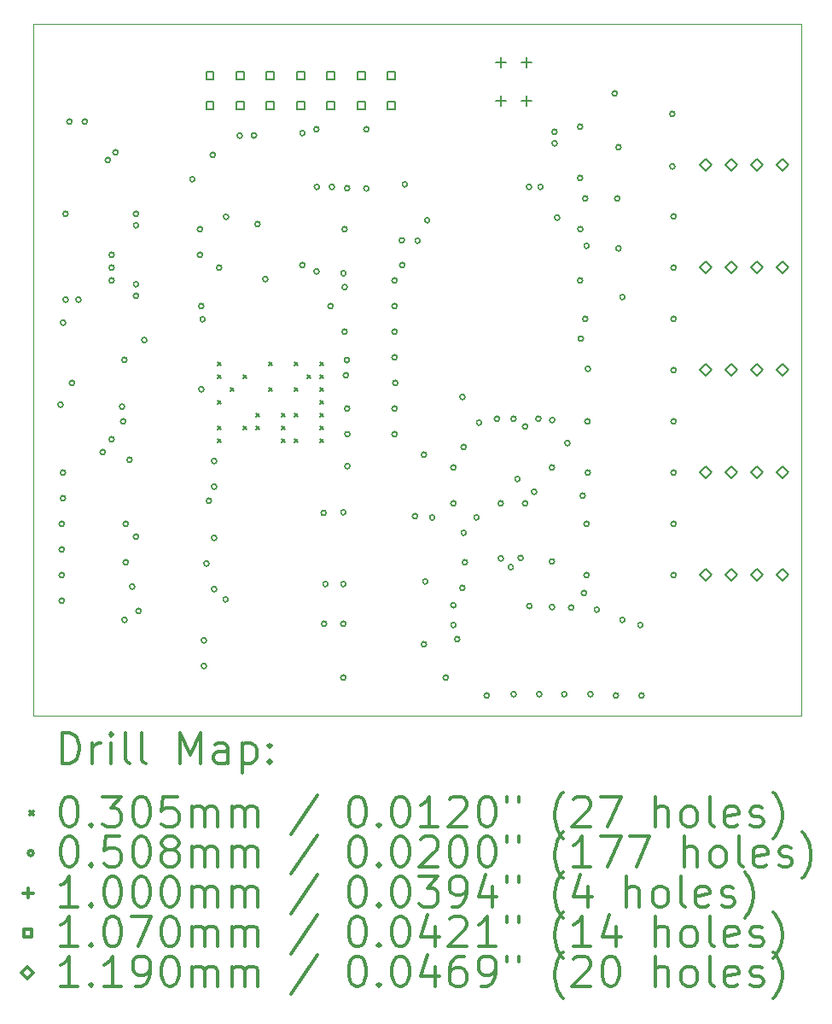
<source format=gbr>
%FSLAX45Y45*%
G04 Gerber Fmt 4.5, Leading zero omitted, Abs format (unit mm)*
G04 Created by KiCad (PCBNEW 5.1.12-84ad8e8a86~92~ubuntu20.04.1) date 2021-12-18 18:34:45*
%MOMM*%
%LPD*%
G01*
G04 APERTURE LIST*
%TA.AperFunction,Profile*%
%ADD10C,0.050000*%
%TD*%
%ADD11C,0.200000*%
%ADD12C,0.300000*%
G04 APERTURE END LIST*
D10*
X9334500Y-13462000D02*
X16954500Y-13462000D01*
X16954500Y-13462000D02*
X16954500Y-6604000D01*
X9334500Y-6604000D02*
X9334500Y-13462000D01*
X16954500Y-6604000D02*
X9334500Y-6604000D01*
D11*
X11160760Y-9954260D02*
X11191240Y-9984740D01*
X11191240Y-9954260D02*
X11160760Y-9984740D01*
X11160760Y-10081260D02*
X11191240Y-10111740D01*
X11191240Y-10081260D02*
X11160760Y-10111740D01*
X11160760Y-10335260D02*
X11191240Y-10365740D01*
X11191240Y-10335260D02*
X11160760Y-10365740D01*
X11160760Y-10589260D02*
X11191240Y-10619740D01*
X11191240Y-10589260D02*
X11160760Y-10619740D01*
X11160760Y-10716260D02*
X11191240Y-10746740D01*
X11191240Y-10716260D02*
X11160760Y-10746740D01*
X11287760Y-10208260D02*
X11318240Y-10238740D01*
X11318240Y-10208260D02*
X11287760Y-10238740D01*
X11414760Y-10081260D02*
X11445240Y-10111740D01*
X11445240Y-10081260D02*
X11414760Y-10111740D01*
X11414760Y-10589260D02*
X11445240Y-10619740D01*
X11445240Y-10589260D02*
X11414760Y-10619740D01*
X11541760Y-10462260D02*
X11572240Y-10492740D01*
X11572240Y-10462260D02*
X11541760Y-10492740D01*
X11541760Y-10589260D02*
X11572240Y-10619740D01*
X11572240Y-10589260D02*
X11541760Y-10619740D01*
X11668760Y-9954260D02*
X11699240Y-9984740D01*
X11699240Y-9954260D02*
X11668760Y-9984740D01*
X11668760Y-10208260D02*
X11699240Y-10238740D01*
X11699240Y-10208260D02*
X11668760Y-10238740D01*
X11795760Y-10589260D02*
X11826240Y-10619740D01*
X11826240Y-10589260D02*
X11795760Y-10619740D01*
X11795760Y-10716260D02*
X11826240Y-10746740D01*
X11826240Y-10716260D02*
X11795760Y-10746740D01*
X11796355Y-10461665D02*
X11826835Y-10492145D01*
X11826835Y-10461665D02*
X11796355Y-10492145D01*
X11922760Y-10462260D02*
X11953240Y-10492740D01*
X11953240Y-10462260D02*
X11922760Y-10492740D01*
X11922760Y-10716261D02*
X11953240Y-10746741D01*
X11953240Y-10716261D02*
X11922760Y-10746741D01*
X11923956Y-10208260D02*
X11954436Y-10238740D01*
X11954436Y-10208260D02*
X11923956Y-10238740D01*
X11924652Y-9953584D02*
X11955132Y-9984064D01*
X11955132Y-9953584D02*
X11924652Y-9984064D01*
X12049760Y-10081260D02*
X12080240Y-10111740D01*
X12080240Y-10081260D02*
X12049760Y-10111740D01*
X12176758Y-10081260D02*
X12207238Y-10111740D01*
X12207238Y-10081260D02*
X12176758Y-10111740D01*
X12176760Y-9954260D02*
X12207240Y-9984740D01*
X12207240Y-9954260D02*
X12176760Y-9984740D01*
X12176760Y-10335260D02*
X12207240Y-10365740D01*
X12207240Y-10335260D02*
X12176760Y-10365740D01*
X12176760Y-10462260D02*
X12207240Y-10492740D01*
X12207240Y-10462260D02*
X12176760Y-10492740D01*
X12176760Y-10589260D02*
X12207240Y-10619740D01*
X12207240Y-10589260D02*
X12176760Y-10619740D01*
X12176760Y-10716260D02*
X12207240Y-10746740D01*
X12207240Y-10716260D02*
X12176760Y-10746740D01*
X12176760Y-10209457D02*
X12207240Y-10239937D01*
X12207240Y-10209457D02*
X12176760Y-10239937D01*
X9626600Y-10375900D02*
G75*
G03*
X9626600Y-10375900I-25400J0D01*
G01*
X9639300Y-11557000D02*
G75*
G03*
X9639300Y-11557000I-25400J0D01*
G01*
X9639300Y-11811000D02*
G75*
G03*
X9639300Y-11811000I-25400J0D01*
G01*
X9639300Y-12065000D02*
G75*
G03*
X9639300Y-12065000I-25400J0D01*
G01*
X9639300Y-12319000D02*
G75*
G03*
X9639300Y-12319000I-25400J0D01*
G01*
X9652000Y-9563100D02*
G75*
G03*
X9652000Y-9563100I-25400J0D01*
G01*
X9652000Y-11049000D02*
G75*
G03*
X9652000Y-11049000I-25400J0D01*
G01*
X9652000Y-11303000D02*
G75*
G03*
X9652000Y-11303000I-25400J0D01*
G01*
X9677400Y-8483600D02*
G75*
G03*
X9677400Y-8483600I-25400J0D01*
G01*
X9677400Y-9334500D02*
G75*
G03*
X9677400Y-9334500I-25400J0D01*
G01*
X9715500Y-7569200D02*
G75*
G03*
X9715500Y-7569200I-25400J0D01*
G01*
X9740900Y-10160000D02*
G75*
G03*
X9740900Y-10160000I-25400J0D01*
G01*
X9804400Y-9334500D02*
G75*
G03*
X9804400Y-9334500I-25400J0D01*
G01*
X9867904Y-7569200D02*
G75*
G03*
X9867904Y-7569200I-25400J0D01*
G01*
X10045700Y-10845800D02*
G75*
G03*
X10045700Y-10845800I-25400J0D01*
G01*
X10096500Y-7950200D02*
G75*
G03*
X10096500Y-7950200I-25400J0D01*
G01*
X10134600Y-8890000D02*
G75*
G03*
X10134600Y-8890000I-25400J0D01*
G01*
X10134600Y-9017000D02*
G75*
G03*
X10134600Y-9017000I-25400J0D01*
G01*
X10134600Y-9144000D02*
G75*
G03*
X10134600Y-9144000I-25400J0D01*
G01*
X10134600Y-10718800D02*
G75*
G03*
X10134600Y-10718800I-25400J0D01*
G01*
X10172700Y-7874000D02*
G75*
G03*
X10172700Y-7874000I-25400J0D01*
G01*
X10237579Y-10394975D02*
G75*
G03*
X10237579Y-10394975I-25400J0D01*
G01*
X10248900Y-10541000D02*
G75*
G03*
X10248900Y-10541000I-25400J0D01*
G01*
X10261599Y-12509500D02*
G75*
G03*
X10261599Y-12509500I-25400J0D01*
G01*
X10261600Y-9931400D02*
G75*
G03*
X10261600Y-9931400I-25400J0D01*
G01*
X10274300Y-11557000D02*
G75*
G03*
X10274300Y-11557000I-25400J0D01*
G01*
X10274300Y-11938000D02*
G75*
G03*
X10274300Y-11938000I-25400J0D01*
G01*
X10312400Y-10922000D02*
G75*
G03*
X10312400Y-10922000I-25400J0D01*
G01*
X10337800Y-12179300D02*
G75*
G03*
X10337800Y-12179300I-25400J0D01*
G01*
X10375900Y-8483600D02*
G75*
G03*
X10375900Y-8483600I-25400J0D01*
G01*
X10375900Y-8597900D02*
G75*
G03*
X10375900Y-8597900I-25400J0D01*
G01*
X10375900Y-9182100D02*
G75*
G03*
X10375900Y-9182100I-25400J0D01*
G01*
X10375900Y-9296400D02*
G75*
G03*
X10375900Y-9296400I-25400J0D01*
G01*
X10375900Y-11684000D02*
G75*
G03*
X10375900Y-11684000I-25400J0D01*
G01*
X10401300Y-12420600D02*
G75*
G03*
X10401300Y-12420600I-25400J0D01*
G01*
X10458450Y-9734550D02*
G75*
G03*
X10458450Y-9734550I-25400J0D01*
G01*
X10934700Y-8140700D02*
G75*
G03*
X10934700Y-8140700I-25400J0D01*
G01*
X11010900Y-8636000D02*
G75*
G03*
X11010900Y-8636000I-25400J0D01*
G01*
X11010900Y-8890000D02*
G75*
G03*
X11010900Y-8890000I-25400J0D01*
G01*
X11023600Y-9398000D02*
G75*
G03*
X11023600Y-9398000I-25400J0D01*
G01*
X11023600Y-10223500D02*
G75*
G03*
X11023600Y-10223500I-25400J0D01*
G01*
X11036742Y-9529425D02*
G75*
G03*
X11036742Y-9529425I-25400J0D01*
G01*
X11049000Y-12712700D02*
G75*
G03*
X11049000Y-12712700I-25400J0D01*
G01*
X11049000Y-12966700D02*
G75*
G03*
X11049000Y-12966700I-25400J0D01*
G01*
X11074400Y-11950700D02*
G75*
G03*
X11074400Y-11950700I-25400J0D01*
G01*
X11099800Y-11328400D02*
G75*
G03*
X11099800Y-11328400I-25400J0D01*
G01*
X11137900Y-7899400D02*
G75*
G03*
X11137900Y-7899400I-25400J0D01*
G01*
X11150600Y-10934700D02*
G75*
G03*
X11150600Y-10934700I-25400J0D01*
G01*
X11150600Y-11188700D02*
G75*
G03*
X11150600Y-11188700I-25400J0D01*
G01*
X11150600Y-11696700D02*
G75*
G03*
X11150600Y-11696700I-25400J0D01*
G01*
X11150600Y-12204700D02*
G75*
G03*
X11150600Y-12204700I-25400J0D01*
G01*
X11201400Y-9017000D02*
G75*
G03*
X11201400Y-9017000I-25400J0D01*
G01*
X11264900Y-12306300D02*
G75*
G03*
X11264900Y-12306300I-25400J0D01*
G01*
X11269510Y-8513610D02*
G75*
G03*
X11269510Y-8513610I-25400J0D01*
G01*
X11404600Y-7708900D02*
G75*
G03*
X11404600Y-7708900I-25400J0D01*
G01*
X11546650Y-7706550D02*
G75*
G03*
X11546650Y-7706550I-25400J0D01*
G01*
X11582400Y-8585200D02*
G75*
G03*
X11582400Y-8585200I-25400J0D01*
G01*
X11658600Y-9131300D02*
G75*
G03*
X11658600Y-9131300I-25400J0D01*
G01*
X12026900Y-7683500D02*
G75*
G03*
X12026900Y-7683500I-25400J0D01*
G01*
X12026901Y-8991600D02*
G75*
G03*
X12026901Y-8991600I-25400J0D01*
G01*
X12166600Y-7645400D02*
G75*
G03*
X12166600Y-7645400I-25400J0D01*
G01*
X12166600Y-9055100D02*
G75*
G03*
X12166600Y-9055100I-25400J0D01*
G01*
X12170365Y-8216900D02*
G75*
G03*
X12170365Y-8216900I-25400J0D01*
G01*
X12236700Y-11448800D02*
G75*
G03*
X12236700Y-11448800I-25400J0D01*
G01*
X12242800Y-12547600D02*
G75*
G03*
X12242800Y-12547600I-25400J0D01*
G01*
X12255500Y-12153900D02*
G75*
G03*
X12255500Y-12153900I-25400J0D01*
G01*
X12306300Y-9398000D02*
G75*
G03*
X12306300Y-9398000I-25400J0D01*
G01*
X12319000Y-8216900D02*
G75*
G03*
X12319000Y-8216900I-25400J0D01*
G01*
X12433300Y-9072881D02*
G75*
G03*
X12433300Y-9072881I-25400J0D01*
G01*
X12433300Y-11442700D02*
G75*
G03*
X12433300Y-11442700I-25400J0D01*
G01*
X12433300Y-12153900D02*
G75*
G03*
X12433300Y-12153900I-25400J0D01*
G01*
X12433300Y-12547600D02*
G75*
G03*
X12433300Y-12547600I-25400J0D01*
G01*
X12433300Y-13081000D02*
G75*
G03*
X12433300Y-13081000I-25400J0D01*
G01*
X12446000Y-8636000D02*
G75*
G03*
X12446000Y-8636000I-25400J0D01*
G01*
X12446000Y-9652001D02*
G75*
G03*
X12446000Y-9652001I-25400J0D01*
G01*
X12446190Y-9209398D02*
G75*
G03*
X12446190Y-9209398I-25400J0D01*
G01*
X12458700Y-10083800D02*
G75*
G03*
X12458700Y-10083800I-25400J0D01*
G01*
X12468624Y-9933425D02*
G75*
G03*
X12468624Y-9933425I-25400J0D01*
G01*
X12471400Y-8229600D02*
G75*
G03*
X12471400Y-8229600I-25400J0D01*
G01*
X12471400Y-10414000D02*
G75*
G03*
X12471400Y-10414000I-25400J0D01*
G01*
X12473642Y-10985500D02*
G75*
G03*
X12473642Y-10985500I-25400J0D01*
G01*
X12473660Y-10668000D02*
G75*
G03*
X12473660Y-10668000I-25400J0D01*
G01*
X12661900Y-7645400D02*
G75*
G03*
X12661900Y-7645400I-25400J0D01*
G01*
X12661900Y-8233260D02*
G75*
G03*
X12661900Y-8233260I-25400J0D01*
G01*
X12941300Y-9144000D02*
G75*
G03*
X12941300Y-9144000I-25400J0D01*
G01*
X12941300Y-9398000D02*
G75*
G03*
X12941300Y-9398000I-25400J0D01*
G01*
X12941300Y-9652000D02*
G75*
G03*
X12941300Y-9652000I-25400J0D01*
G01*
X12941300Y-9906000D02*
G75*
G03*
X12941300Y-9906000I-25400J0D01*
G01*
X12941300Y-10414000D02*
G75*
G03*
X12941300Y-10414000I-25400J0D01*
G01*
X12941300Y-10668000D02*
G75*
G03*
X12941300Y-10668000I-25400J0D01*
G01*
X12948600Y-10160000D02*
G75*
G03*
X12948600Y-10160000I-25400J0D01*
G01*
X13013646Y-8746446D02*
G75*
G03*
X13013646Y-8746446I-25400J0D01*
G01*
X13017500Y-8991600D02*
G75*
G03*
X13017500Y-8991600I-25400J0D01*
G01*
X13042900Y-8191500D02*
G75*
G03*
X13042900Y-8191500I-25400J0D01*
G01*
X13144500Y-11480800D02*
G75*
G03*
X13144500Y-11480800I-25400J0D01*
G01*
X13169900Y-8750300D02*
G75*
G03*
X13169900Y-8750300I-25400J0D01*
G01*
X13233400Y-10871200D02*
G75*
G03*
X13233400Y-10871200I-25400J0D01*
G01*
X13233400Y-12750800D02*
G75*
G03*
X13233400Y-12750800I-25400J0D01*
G01*
X13246100Y-12128500D02*
G75*
G03*
X13246100Y-12128500I-25400J0D01*
G01*
X13265150Y-8547100D02*
G75*
G03*
X13265150Y-8547100I-25400J0D01*
G01*
X13314025Y-11493942D02*
G75*
G03*
X13314025Y-11493942I-25400J0D01*
G01*
X13449300Y-13081000D02*
G75*
G03*
X13449300Y-13081000I-25400J0D01*
G01*
X13525500Y-10998200D02*
G75*
G03*
X13525500Y-10998200I-25400J0D01*
G01*
X13525500Y-11353800D02*
G75*
G03*
X13525500Y-11353800I-25400J0D01*
G01*
X13525500Y-12560300D02*
G75*
G03*
X13525500Y-12560300I-25400J0D01*
G01*
X13525796Y-12364719D02*
G75*
G03*
X13525796Y-12364719I-25400J0D01*
G01*
X13563600Y-12700000D02*
G75*
G03*
X13563600Y-12700000I-25400J0D01*
G01*
X13614400Y-10299700D02*
G75*
G03*
X13614400Y-10299700I-25400J0D01*
G01*
X13614400Y-12192000D02*
G75*
G03*
X13614400Y-12192000I-25400J0D01*
G01*
X13627100Y-10795000D02*
G75*
G03*
X13627100Y-10795000I-25400J0D01*
G01*
X13627100Y-11645900D02*
G75*
G03*
X13627100Y-11645900I-25400J0D01*
G01*
X13639800Y-11938000D02*
G75*
G03*
X13639800Y-11938000I-25400J0D01*
G01*
X13754100Y-11493500D02*
G75*
G03*
X13754100Y-11493500I-25400J0D01*
G01*
X13779500Y-10553700D02*
G75*
G03*
X13779500Y-10553700I-25400J0D01*
G01*
X13855700Y-13258800D02*
G75*
G03*
X13855700Y-13258800I-25400J0D01*
G01*
X13957300Y-10515600D02*
G75*
G03*
X13957300Y-10515600I-25400J0D01*
G01*
X13995400Y-11353798D02*
G75*
G03*
X13995400Y-11353798I-25400J0D01*
G01*
X13995400Y-11899900D02*
G75*
G03*
X13995400Y-11899900I-25400J0D01*
G01*
X14095683Y-11985857D02*
G75*
G03*
X14095683Y-11985857I-25400J0D01*
G01*
X14122400Y-10515600D02*
G75*
G03*
X14122400Y-10515600I-25400J0D01*
G01*
X14122401Y-13246100D02*
G75*
G03*
X14122401Y-13246100I-25400J0D01*
G01*
X14160500Y-11112500D02*
G75*
G03*
X14160500Y-11112500I-25400J0D01*
G01*
X14191678Y-11895137D02*
G75*
G03*
X14191678Y-11895137I-25400J0D01*
G01*
X14236700Y-10591800D02*
G75*
G03*
X14236700Y-10591800I-25400J0D01*
G01*
X14236700Y-11353800D02*
G75*
G03*
X14236700Y-11353800I-25400J0D01*
G01*
X14274800Y-8216900D02*
G75*
G03*
X14274800Y-8216900I-25400J0D01*
G01*
X14278609Y-12372105D02*
G75*
G03*
X14278609Y-12372105I-25400J0D01*
G01*
X14325600Y-11239500D02*
G75*
G03*
X14325600Y-11239500I-25400J0D01*
G01*
X14368126Y-10515157D02*
G75*
G03*
X14368126Y-10515157I-25400J0D01*
G01*
X14376400Y-13246100D02*
G75*
G03*
X14376400Y-13246100I-25400J0D01*
G01*
X14389100Y-8216900D02*
G75*
G03*
X14389100Y-8216900I-25400J0D01*
G01*
X14503400Y-10998200D02*
G75*
G03*
X14503400Y-10998200I-25400J0D01*
G01*
X14503400Y-11930242D02*
G75*
G03*
X14503400Y-11930242I-25400J0D01*
G01*
X14503400Y-12382500D02*
G75*
G03*
X14503400Y-12382500I-25400J0D01*
G01*
X14505916Y-10528803D02*
G75*
G03*
X14505916Y-10528803I-25400J0D01*
G01*
X14528800Y-7670800D02*
G75*
G03*
X14528800Y-7670800I-25400J0D01*
G01*
X14528800Y-7785100D02*
G75*
G03*
X14528800Y-7785100I-25400J0D01*
G01*
X14554200Y-8521700D02*
G75*
G03*
X14554200Y-8521700I-25400J0D01*
G01*
X14625424Y-13246299D02*
G75*
G03*
X14625424Y-13246299I-25400J0D01*
G01*
X14655800Y-10756900D02*
G75*
G03*
X14655800Y-10756900I-25400J0D01*
G01*
X14693900Y-12386309D02*
G75*
G03*
X14693900Y-12386309I-25400J0D01*
G01*
X14782800Y-7620000D02*
G75*
G03*
X14782800Y-7620000I-25400J0D01*
G01*
X14782800Y-8128000D02*
G75*
G03*
X14782800Y-8128000I-25400J0D01*
G01*
X14782800Y-9144000D02*
G75*
G03*
X14782800Y-9144000I-25400J0D01*
G01*
X14785196Y-8635753D02*
G75*
G03*
X14785196Y-8635753I-25400J0D01*
G01*
X14789150Y-9721093D02*
G75*
G03*
X14789150Y-9721093I-25400J0D01*
G01*
X14808200Y-11277600D02*
G75*
G03*
X14808200Y-11277600I-25400J0D01*
G01*
X14820900Y-12242800D02*
G75*
G03*
X14820900Y-12242800I-25400J0D01*
G01*
X14833600Y-8331200D02*
G75*
G03*
X14833600Y-8331200I-25400J0D01*
G01*
X14833600Y-9525000D02*
G75*
G03*
X14833600Y-9525000I-25400J0D01*
G01*
X14846300Y-11557000D02*
G75*
G03*
X14846300Y-11557000I-25400J0D01*
G01*
X14846300Y-12065000D02*
G75*
G03*
X14846300Y-12065000I-25400J0D01*
G01*
X14846300Y-8801100D02*
G75*
G03*
X14846300Y-8801100I-25400J0D01*
G01*
X14855190Y-10541000D02*
G75*
G03*
X14855190Y-10541000I-25400J0D01*
G01*
X14859000Y-10020300D02*
G75*
G03*
X14859000Y-10020300I-25400J0D01*
G01*
X14859000Y-11049000D02*
G75*
G03*
X14859000Y-11049000I-25400J0D01*
G01*
X14884400Y-13246100D02*
G75*
G03*
X14884400Y-13246100I-25400J0D01*
G01*
X14947900Y-12407901D02*
G75*
G03*
X14947900Y-12407901I-25400J0D01*
G01*
X15125700Y-7289800D02*
G75*
G03*
X15125700Y-7289800I-25400J0D01*
G01*
X15138400Y-13258800D02*
G75*
G03*
X15138400Y-13258800I-25400J0D01*
G01*
X15151100Y-8331200D02*
G75*
G03*
X15151100Y-8331200I-25400J0D01*
G01*
X15163098Y-8825798D02*
G75*
G03*
X15163098Y-8825798I-25400J0D01*
G01*
X15163800Y-7823200D02*
G75*
G03*
X15163800Y-7823200I-25400J0D01*
G01*
X15201900Y-9309100D02*
G75*
G03*
X15201900Y-9309100I-25400J0D01*
G01*
X15201900Y-12509500D02*
G75*
G03*
X15201900Y-12509500I-25400J0D01*
G01*
X15379700Y-12560300D02*
G75*
G03*
X15379700Y-12560300I-25400J0D01*
G01*
X15392400Y-13258799D02*
G75*
G03*
X15392400Y-13258799I-25400J0D01*
G01*
X15697200Y-7493000D02*
G75*
G03*
X15697200Y-7493000I-25400J0D01*
G01*
X15697200Y-8013700D02*
G75*
G03*
X15697200Y-8013700I-25400J0D01*
G01*
X15709900Y-8509000D02*
G75*
G03*
X15709900Y-8509000I-25400J0D01*
G01*
X15709900Y-9017000D02*
G75*
G03*
X15709900Y-9017000I-25400J0D01*
G01*
X15709900Y-9525000D02*
G75*
G03*
X15709900Y-9525000I-25400J0D01*
G01*
X15709900Y-10033000D02*
G75*
G03*
X15709900Y-10033000I-25400J0D01*
G01*
X15709900Y-10541000D02*
G75*
G03*
X15709900Y-10541000I-25400J0D01*
G01*
X15709900Y-11049000D02*
G75*
G03*
X15709900Y-11049000I-25400J0D01*
G01*
X15709900Y-11557000D02*
G75*
G03*
X15709900Y-11557000I-25400J0D01*
G01*
X15709900Y-12065000D02*
G75*
G03*
X15709900Y-12065000I-25400J0D01*
G01*
X13970000Y-6935000D02*
X13970000Y-7035000D01*
X13920000Y-6985000D02*
X14020000Y-6985000D01*
X13970000Y-7316000D02*
X13970000Y-7416000D01*
X13920000Y-7366000D02*
X14020000Y-7366000D01*
X14224000Y-6935000D02*
X14224000Y-7035000D01*
X14174000Y-6985000D02*
X14274000Y-6985000D01*
X14224000Y-7316000D02*
X14224000Y-7416000D01*
X14174000Y-7366000D02*
X14274000Y-7366000D01*
X11121831Y-7149831D02*
X11121831Y-7074169D01*
X11046169Y-7074169D01*
X11046169Y-7149831D01*
X11121831Y-7149831D01*
X11121831Y-7449831D02*
X11121831Y-7374169D01*
X11046169Y-7374169D01*
X11046169Y-7449831D01*
X11121831Y-7449831D01*
X11421831Y-7149831D02*
X11421831Y-7074169D01*
X11346169Y-7074169D01*
X11346169Y-7149831D01*
X11421831Y-7149831D01*
X11421831Y-7449831D02*
X11421831Y-7374169D01*
X11346169Y-7374169D01*
X11346169Y-7449831D01*
X11421831Y-7449831D01*
X11721831Y-7149831D02*
X11721831Y-7074169D01*
X11646169Y-7074169D01*
X11646169Y-7149831D01*
X11721831Y-7149831D01*
X11721831Y-7449831D02*
X11721831Y-7374169D01*
X11646169Y-7374169D01*
X11646169Y-7449831D01*
X11721831Y-7449831D01*
X12021831Y-7149831D02*
X12021831Y-7074169D01*
X11946169Y-7074169D01*
X11946169Y-7149831D01*
X12021831Y-7149831D01*
X12021831Y-7449831D02*
X12021831Y-7374169D01*
X11946169Y-7374169D01*
X11946169Y-7449831D01*
X12021831Y-7449831D01*
X12321831Y-7149831D02*
X12321831Y-7074169D01*
X12246169Y-7074169D01*
X12246169Y-7149831D01*
X12321831Y-7149831D01*
X12321831Y-7449831D02*
X12321831Y-7374169D01*
X12246169Y-7374169D01*
X12246169Y-7449831D01*
X12321831Y-7449831D01*
X12621831Y-7149831D02*
X12621831Y-7074169D01*
X12546169Y-7074169D01*
X12546169Y-7149831D01*
X12621831Y-7149831D01*
X12621831Y-7449831D02*
X12621831Y-7374169D01*
X12546169Y-7374169D01*
X12546169Y-7449831D01*
X12621831Y-7449831D01*
X12921831Y-7149831D02*
X12921831Y-7074169D01*
X12846169Y-7074169D01*
X12846169Y-7149831D01*
X12921831Y-7149831D01*
X12921831Y-7449831D02*
X12921831Y-7374169D01*
X12846169Y-7374169D01*
X12846169Y-7449831D01*
X12921831Y-7449831D01*
X16002000Y-8060500D02*
X16061500Y-8001000D01*
X16002000Y-7941500D01*
X15942500Y-8001000D01*
X16002000Y-8060500D01*
X16002000Y-9076500D02*
X16061500Y-9017000D01*
X16002000Y-8957500D01*
X15942500Y-9017000D01*
X16002000Y-9076500D01*
X16002000Y-10092500D02*
X16061500Y-10033000D01*
X16002000Y-9973500D01*
X15942500Y-10033000D01*
X16002000Y-10092500D01*
X16002000Y-11108500D02*
X16061500Y-11049000D01*
X16002000Y-10989500D01*
X15942500Y-11049000D01*
X16002000Y-11108500D01*
X16002000Y-12124500D02*
X16061500Y-12065000D01*
X16002000Y-12005500D01*
X15942500Y-12065000D01*
X16002000Y-12124500D01*
X16256000Y-8060500D02*
X16315500Y-8001000D01*
X16256000Y-7941500D01*
X16196500Y-8001000D01*
X16256000Y-8060500D01*
X16256000Y-9076500D02*
X16315500Y-9017000D01*
X16256000Y-8957500D01*
X16196500Y-9017000D01*
X16256000Y-9076500D01*
X16256000Y-10092500D02*
X16315500Y-10033000D01*
X16256000Y-9973500D01*
X16196500Y-10033000D01*
X16256000Y-10092500D01*
X16256000Y-11108500D02*
X16315500Y-11049000D01*
X16256000Y-10989500D01*
X16196500Y-11049000D01*
X16256000Y-11108500D01*
X16256000Y-12124500D02*
X16315500Y-12065000D01*
X16256000Y-12005500D01*
X16196500Y-12065000D01*
X16256000Y-12124500D01*
X16510000Y-8060500D02*
X16569500Y-8001000D01*
X16510000Y-7941500D01*
X16450500Y-8001000D01*
X16510000Y-8060500D01*
X16510000Y-9076500D02*
X16569500Y-9017000D01*
X16510000Y-8957500D01*
X16450500Y-9017000D01*
X16510000Y-9076500D01*
X16510000Y-10092500D02*
X16569500Y-10033000D01*
X16510000Y-9973500D01*
X16450500Y-10033000D01*
X16510000Y-10092500D01*
X16510000Y-11108500D02*
X16569500Y-11049000D01*
X16510000Y-10989500D01*
X16450500Y-11049000D01*
X16510000Y-11108500D01*
X16510000Y-12124500D02*
X16569500Y-12065000D01*
X16510000Y-12005500D01*
X16450500Y-12065000D01*
X16510000Y-12124500D01*
X16764000Y-8060500D02*
X16823500Y-8001000D01*
X16764000Y-7941500D01*
X16704500Y-8001000D01*
X16764000Y-8060500D01*
X16764000Y-9076500D02*
X16823500Y-9017000D01*
X16764000Y-8957500D01*
X16704500Y-9017000D01*
X16764000Y-9076500D01*
X16764000Y-10092500D02*
X16823500Y-10033000D01*
X16764000Y-9973500D01*
X16704500Y-10033000D01*
X16764000Y-10092500D01*
X16764000Y-11108500D02*
X16823500Y-11049000D01*
X16764000Y-10989500D01*
X16704500Y-11049000D01*
X16764000Y-11108500D01*
X16764000Y-12124500D02*
X16823500Y-12065000D01*
X16764000Y-12005500D01*
X16704500Y-12065000D01*
X16764000Y-12124500D01*
D12*
X9618428Y-13930214D02*
X9618428Y-13630214D01*
X9689857Y-13630214D01*
X9732714Y-13644500D01*
X9761286Y-13673071D01*
X9775571Y-13701643D01*
X9789857Y-13758786D01*
X9789857Y-13801643D01*
X9775571Y-13858786D01*
X9761286Y-13887357D01*
X9732714Y-13915929D01*
X9689857Y-13930214D01*
X9618428Y-13930214D01*
X9918428Y-13930214D02*
X9918428Y-13730214D01*
X9918428Y-13787357D02*
X9932714Y-13758786D01*
X9947000Y-13744500D01*
X9975571Y-13730214D01*
X10004143Y-13730214D01*
X10104143Y-13930214D02*
X10104143Y-13730214D01*
X10104143Y-13630214D02*
X10089857Y-13644500D01*
X10104143Y-13658786D01*
X10118428Y-13644500D01*
X10104143Y-13630214D01*
X10104143Y-13658786D01*
X10289857Y-13930214D02*
X10261286Y-13915929D01*
X10247000Y-13887357D01*
X10247000Y-13630214D01*
X10447000Y-13930214D02*
X10418428Y-13915929D01*
X10404143Y-13887357D01*
X10404143Y-13630214D01*
X10789857Y-13930214D02*
X10789857Y-13630214D01*
X10889857Y-13844500D01*
X10989857Y-13630214D01*
X10989857Y-13930214D01*
X11261286Y-13930214D02*
X11261286Y-13773071D01*
X11247000Y-13744500D01*
X11218428Y-13730214D01*
X11161286Y-13730214D01*
X11132714Y-13744500D01*
X11261286Y-13915929D02*
X11232714Y-13930214D01*
X11161286Y-13930214D01*
X11132714Y-13915929D01*
X11118428Y-13887357D01*
X11118428Y-13858786D01*
X11132714Y-13830214D01*
X11161286Y-13815929D01*
X11232714Y-13815929D01*
X11261286Y-13801643D01*
X11404143Y-13730214D02*
X11404143Y-14030214D01*
X11404143Y-13744500D02*
X11432714Y-13730214D01*
X11489857Y-13730214D01*
X11518428Y-13744500D01*
X11532714Y-13758786D01*
X11547000Y-13787357D01*
X11547000Y-13873071D01*
X11532714Y-13901643D01*
X11518428Y-13915929D01*
X11489857Y-13930214D01*
X11432714Y-13930214D01*
X11404143Y-13915929D01*
X11675571Y-13901643D02*
X11689857Y-13915929D01*
X11675571Y-13930214D01*
X11661286Y-13915929D01*
X11675571Y-13901643D01*
X11675571Y-13930214D01*
X11675571Y-13744500D02*
X11689857Y-13758786D01*
X11675571Y-13773071D01*
X11661286Y-13758786D01*
X11675571Y-13744500D01*
X11675571Y-13773071D01*
X9301520Y-14409260D02*
X9332000Y-14439740D01*
X9332000Y-14409260D02*
X9301520Y-14439740D01*
X9675571Y-14260214D02*
X9704143Y-14260214D01*
X9732714Y-14274500D01*
X9747000Y-14288786D01*
X9761286Y-14317357D01*
X9775571Y-14374500D01*
X9775571Y-14445929D01*
X9761286Y-14503071D01*
X9747000Y-14531643D01*
X9732714Y-14545929D01*
X9704143Y-14560214D01*
X9675571Y-14560214D01*
X9647000Y-14545929D01*
X9632714Y-14531643D01*
X9618428Y-14503071D01*
X9604143Y-14445929D01*
X9604143Y-14374500D01*
X9618428Y-14317357D01*
X9632714Y-14288786D01*
X9647000Y-14274500D01*
X9675571Y-14260214D01*
X9904143Y-14531643D02*
X9918428Y-14545929D01*
X9904143Y-14560214D01*
X9889857Y-14545929D01*
X9904143Y-14531643D01*
X9904143Y-14560214D01*
X10018428Y-14260214D02*
X10204143Y-14260214D01*
X10104143Y-14374500D01*
X10147000Y-14374500D01*
X10175571Y-14388786D01*
X10189857Y-14403071D01*
X10204143Y-14431643D01*
X10204143Y-14503071D01*
X10189857Y-14531643D01*
X10175571Y-14545929D01*
X10147000Y-14560214D01*
X10061286Y-14560214D01*
X10032714Y-14545929D01*
X10018428Y-14531643D01*
X10389857Y-14260214D02*
X10418428Y-14260214D01*
X10447000Y-14274500D01*
X10461286Y-14288786D01*
X10475571Y-14317357D01*
X10489857Y-14374500D01*
X10489857Y-14445929D01*
X10475571Y-14503071D01*
X10461286Y-14531643D01*
X10447000Y-14545929D01*
X10418428Y-14560214D01*
X10389857Y-14560214D01*
X10361286Y-14545929D01*
X10347000Y-14531643D01*
X10332714Y-14503071D01*
X10318428Y-14445929D01*
X10318428Y-14374500D01*
X10332714Y-14317357D01*
X10347000Y-14288786D01*
X10361286Y-14274500D01*
X10389857Y-14260214D01*
X10761286Y-14260214D02*
X10618428Y-14260214D01*
X10604143Y-14403071D01*
X10618428Y-14388786D01*
X10647000Y-14374500D01*
X10718428Y-14374500D01*
X10747000Y-14388786D01*
X10761286Y-14403071D01*
X10775571Y-14431643D01*
X10775571Y-14503071D01*
X10761286Y-14531643D01*
X10747000Y-14545929D01*
X10718428Y-14560214D01*
X10647000Y-14560214D01*
X10618428Y-14545929D01*
X10604143Y-14531643D01*
X10904143Y-14560214D02*
X10904143Y-14360214D01*
X10904143Y-14388786D02*
X10918428Y-14374500D01*
X10947000Y-14360214D01*
X10989857Y-14360214D01*
X11018428Y-14374500D01*
X11032714Y-14403071D01*
X11032714Y-14560214D01*
X11032714Y-14403071D02*
X11047000Y-14374500D01*
X11075571Y-14360214D01*
X11118428Y-14360214D01*
X11147000Y-14374500D01*
X11161286Y-14403071D01*
X11161286Y-14560214D01*
X11304143Y-14560214D02*
X11304143Y-14360214D01*
X11304143Y-14388786D02*
X11318428Y-14374500D01*
X11347000Y-14360214D01*
X11389857Y-14360214D01*
X11418428Y-14374500D01*
X11432714Y-14403071D01*
X11432714Y-14560214D01*
X11432714Y-14403071D02*
X11447000Y-14374500D01*
X11475571Y-14360214D01*
X11518428Y-14360214D01*
X11547000Y-14374500D01*
X11561286Y-14403071D01*
X11561286Y-14560214D01*
X12147000Y-14245929D02*
X11889857Y-14631643D01*
X12532714Y-14260214D02*
X12561286Y-14260214D01*
X12589857Y-14274500D01*
X12604143Y-14288786D01*
X12618428Y-14317357D01*
X12632714Y-14374500D01*
X12632714Y-14445929D01*
X12618428Y-14503071D01*
X12604143Y-14531643D01*
X12589857Y-14545929D01*
X12561286Y-14560214D01*
X12532714Y-14560214D01*
X12504143Y-14545929D01*
X12489857Y-14531643D01*
X12475571Y-14503071D01*
X12461286Y-14445929D01*
X12461286Y-14374500D01*
X12475571Y-14317357D01*
X12489857Y-14288786D01*
X12504143Y-14274500D01*
X12532714Y-14260214D01*
X12761286Y-14531643D02*
X12775571Y-14545929D01*
X12761286Y-14560214D01*
X12747000Y-14545929D01*
X12761286Y-14531643D01*
X12761286Y-14560214D01*
X12961286Y-14260214D02*
X12989857Y-14260214D01*
X13018428Y-14274500D01*
X13032714Y-14288786D01*
X13047000Y-14317357D01*
X13061286Y-14374500D01*
X13061286Y-14445929D01*
X13047000Y-14503071D01*
X13032714Y-14531643D01*
X13018428Y-14545929D01*
X12989857Y-14560214D01*
X12961286Y-14560214D01*
X12932714Y-14545929D01*
X12918428Y-14531643D01*
X12904143Y-14503071D01*
X12889857Y-14445929D01*
X12889857Y-14374500D01*
X12904143Y-14317357D01*
X12918428Y-14288786D01*
X12932714Y-14274500D01*
X12961286Y-14260214D01*
X13347000Y-14560214D02*
X13175571Y-14560214D01*
X13261286Y-14560214D02*
X13261286Y-14260214D01*
X13232714Y-14303071D01*
X13204143Y-14331643D01*
X13175571Y-14345929D01*
X13461286Y-14288786D02*
X13475571Y-14274500D01*
X13504143Y-14260214D01*
X13575571Y-14260214D01*
X13604143Y-14274500D01*
X13618428Y-14288786D01*
X13632714Y-14317357D01*
X13632714Y-14345929D01*
X13618428Y-14388786D01*
X13447000Y-14560214D01*
X13632714Y-14560214D01*
X13818428Y-14260214D02*
X13847000Y-14260214D01*
X13875571Y-14274500D01*
X13889857Y-14288786D01*
X13904143Y-14317357D01*
X13918428Y-14374500D01*
X13918428Y-14445929D01*
X13904143Y-14503071D01*
X13889857Y-14531643D01*
X13875571Y-14545929D01*
X13847000Y-14560214D01*
X13818428Y-14560214D01*
X13789857Y-14545929D01*
X13775571Y-14531643D01*
X13761286Y-14503071D01*
X13747000Y-14445929D01*
X13747000Y-14374500D01*
X13761286Y-14317357D01*
X13775571Y-14288786D01*
X13789857Y-14274500D01*
X13818428Y-14260214D01*
X14032714Y-14260214D02*
X14032714Y-14317357D01*
X14147000Y-14260214D02*
X14147000Y-14317357D01*
X14589857Y-14674500D02*
X14575571Y-14660214D01*
X14547000Y-14617357D01*
X14532714Y-14588786D01*
X14518428Y-14545929D01*
X14504143Y-14474500D01*
X14504143Y-14417357D01*
X14518428Y-14345929D01*
X14532714Y-14303071D01*
X14547000Y-14274500D01*
X14575571Y-14231643D01*
X14589857Y-14217357D01*
X14689857Y-14288786D02*
X14704143Y-14274500D01*
X14732714Y-14260214D01*
X14804143Y-14260214D01*
X14832714Y-14274500D01*
X14847000Y-14288786D01*
X14861286Y-14317357D01*
X14861286Y-14345929D01*
X14847000Y-14388786D01*
X14675571Y-14560214D01*
X14861286Y-14560214D01*
X14961286Y-14260214D02*
X15161286Y-14260214D01*
X15032714Y-14560214D01*
X15504143Y-14560214D02*
X15504143Y-14260214D01*
X15632714Y-14560214D02*
X15632714Y-14403071D01*
X15618428Y-14374500D01*
X15589857Y-14360214D01*
X15547000Y-14360214D01*
X15518428Y-14374500D01*
X15504143Y-14388786D01*
X15818428Y-14560214D02*
X15789857Y-14545929D01*
X15775571Y-14531643D01*
X15761286Y-14503071D01*
X15761286Y-14417357D01*
X15775571Y-14388786D01*
X15789857Y-14374500D01*
X15818428Y-14360214D01*
X15861286Y-14360214D01*
X15889857Y-14374500D01*
X15904143Y-14388786D01*
X15918428Y-14417357D01*
X15918428Y-14503071D01*
X15904143Y-14531643D01*
X15889857Y-14545929D01*
X15861286Y-14560214D01*
X15818428Y-14560214D01*
X16089857Y-14560214D02*
X16061286Y-14545929D01*
X16047000Y-14517357D01*
X16047000Y-14260214D01*
X16318428Y-14545929D02*
X16289857Y-14560214D01*
X16232714Y-14560214D01*
X16204143Y-14545929D01*
X16189857Y-14517357D01*
X16189857Y-14403071D01*
X16204143Y-14374500D01*
X16232714Y-14360214D01*
X16289857Y-14360214D01*
X16318428Y-14374500D01*
X16332714Y-14403071D01*
X16332714Y-14431643D01*
X16189857Y-14460214D01*
X16447000Y-14545929D02*
X16475571Y-14560214D01*
X16532714Y-14560214D01*
X16561286Y-14545929D01*
X16575571Y-14517357D01*
X16575571Y-14503071D01*
X16561286Y-14474500D01*
X16532714Y-14460214D01*
X16489857Y-14460214D01*
X16461286Y-14445929D01*
X16447000Y-14417357D01*
X16447000Y-14403071D01*
X16461286Y-14374500D01*
X16489857Y-14360214D01*
X16532714Y-14360214D01*
X16561286Y-14374500D01*
X16675571Y-14674500D02*
X16689857Y-14660214D01*
X16718428Y-14617357D01*
X16732714Y-14588786D01*
X16747000Y-14545929D01*
X16761286Y-14474500D01*
X16761286Y-14417357D01*
X16747000Y-14345929D01*
X16732714Y-14303071D01*
X16718428Y-14274500D01*
X16689857Y-14231643D01*
X16675571Y-14217357D01*
X9332000Y-14820500D02*
G75*
G03*
X9332000Y-14820500I-25400J0D01*
G01*
X9675571Y-14656214D02*
X9704143Y-14656214D01*
X9732714Y-14670500D01*
X9747000Y-14684786D01*
X9761286Y-14713357D01*
X9775571Y-14770500D01*
X9775571Y-14841929D01*
X9761286Y-14899071D01*
X9747000Y-14927643D01*
X9732714Y-14941929D01*
X9704143Y-14956214D01*
X9675571Y-14956214D01*
X9647000Y-14941929D01*
X9632714Y-14927643D01*
X9618428Y-14899071D01*
X9604143Y-14841929D01*
X9604143Y-14770500D01*
X9618428Y-14713357D01*
X9632714Y-14684786D01*
X9647000Y-14670500D01*
X9675571Y-14656214D01*
X9904143Y-14927643D02*
X9918428Y-14941929D01*
X9904143Y-14956214D01*
X9889857Y-14941929D01*
X9904143Y-14927643D01*
X9904143Y-14956214D01*
X10189857Y-14656214D02*
X10047000Y-14656214D01*
X10032714Y-14799071D01*
X10047000Y-14784786D01*
X10075571Y-14770500D01*
X10147000Y-14770500D01*
X10175571Y-14784786D01*
X10189857Y-14799071D01*
X10204143Y-14827643D01*
X10204143Y-14899071D01*
X10189857Y-14927643D01*
X10175571Y-14941929D01*
X10147000Y-14956214D01*
X10075571Y-14956214D01*
X10047000Y-14941929D01*
X10032714Y-14927643D01*
X10389857Y-14656214D02*
X10418428Y-14656214D01*
X10447000Y-14670500D01*
X10461286Y-14684786D01*
X10475571Y-14713357D01*
X10489857Y-14770500D01*
X10489857Y-14841929D01*
X10475571Y-14899071D01*
X10461286Y-14927643D01*
X10447000Y-14941929D01*
X10418428Y-14956214D01*
X10389857Y-14956214D01*
X10361286Y-14941929D01*
X10347000Y-14927643D01*
X10332714Y-14899071D01*
X10318428Y-14841929D01*
X10318428Y-14770500D01*
X10332714Y-14713357D01*
X10347000Y-14684786D01*
X10361286Y-14670500D01*
X10389857Y-14656214D01*
X10661286Y-14784786D02*
X10632714Y-14770500D01*
X10618428Y-14756214D01*
X10604143Y-14727643D01*
X10604143Y-14713357D01*
X10618428Y-14684786D01*
X10632714Y-14670500D01*
X10661286Y-14656214D01*
X10718428Y-14656214D01*
X10747000Y-14670500D01*
X10761286Y-14684786D01*
X10775571Y-14713357D01*
X10775571Y-14727643D01*
X10761286Y-14756214D01*
X10747000Y-14770500D01*
X10718428Y-14784786D01*
X10661286Y-14784786D01*
X10632714Y-14799071D01*
X10618428Y-14813357D01*
X10604143Y-14841929D01*
X10604143Y-14899071D01*
X10618428Y-14927643D01*
X10632714Y-14941929D01*
X10661286Y-14956214D01*
X10718428Y-14956214D01*
X10747000Y-14941929D01*
X10761286Y-14927643D01*
X10775571Y-14899071D01*
X10775571Y-14841929D01*
X10761286Y-14813357D01*
X10747000Y-14799071D01*
X10718428Y-14784786D01*
X10904143Y-14956214D02*
X10904143Y-14756214D01*
X10904143Y-14784786D02*
X10918428Y-14770500D01*
X10947000Y-14756214D01*
X10989857Y-14756214D01*
X11018428Y-14770500D01*
X11032714Y-14799071D01*
X11032714Y-14956214D01*
X11032714Y-14799071D02*
X11047000Y-14770500D01*
X11075571Y-14756214D01*
X11118428Y-14756214D01*
X11147000Y-14770500D01*
X11161286Y-14799071D01*
X11161286Y-14956214D01*
X11304143Y-14956214D02*
X11304143Y-14756214D01*
X11304143Y-14784786D02*
X11318428Y-14770500D01*
X11347000Y-14756214D01*
X11389857Y-14756214D01*
X11418428Y-14770500D01*
X11432714Y-14799071D01*
X11432714Y-14956214D01*
X11432714Y-14799071D02*
X11447000Y-14770500D01*
X11475571Y-14756214D01*
X11518428Y-14756214D01*
X11547000Y-14770500D01*
X11561286Y-14799071D01*
X11561286Y-14956214D01*
X12147000Y-14641929D02*
X11889857Y-15027643D01*
X12532714Y-14656214D02*
X12561286Y-14656214D01*
X12589857Y-14670500D01*
X12604143Y-14684786D01*
X12618428Y-14713357D01*
X12632714Y-14770500D01*
X12632714Y-14841929D01*
X12618428Y-14899071D01*
X12604143Y-14927643D01*
X12589857Y-14941929D01*
X12561286Y-14956214D01*
X12532714Y-14956214D01*
X12504143Y-14941929D01*
X12489857Y-14927643D01*
X12475571Y-14899071D01*
X12461286Y-14841929D01*
X12461286Y-14770500D01*
X12475571Y-14713357D01*
X12489857Y-14684786D01*
X12504143Y-14670500D01*
X12532714Y-14656214D01*
X12761286Y-14927643D02*
X12775571Y-14941929D01*
X12761286Y-14956214D01*
X12747000Y-14941929D01*
X12761286Y-14927643D01*
X12761286Y-14956214D01*
X12961286Y-14656214D02*
X12989857Y-14656214D01*
X13018428Y-14670500D01*
X13032714Y-14684786D01*
X13047000Y-14713357D01*
X13061286Y-14770500D01*
X13061286Y-14841929D01*
X13047000Y-14899071D01*
X13032714Y-14927643D01*
X13018428Y-14941929D01*
X12989857Y-14956214D01*
X12961286Y-14956214D01*
X12932714Y-14941929D01*
X12918428Y-14927643D01*
X12904143Y-14899071D01*
X12889857Y-14841929D01*
X12889857Y-14770500D01*
X12904143Y-14713357D01*
X12918428Y-14684786D01*
X12932714Y-14670500D01*
X12961286Y-14656214D01*
X13175571Y-14684786D02*
X13189857Y-14670500D01*
X13218428Y-14656214D01*
X13289857Y-14656214D01*
X13318428Y-14670500D01*
X13332714Y-14684786D01*
X13347000Y-14713357D01*
X13347000Y-14741929D01*
X13332714Y-14784786D01*
X13161286Y-14956214D01*
X13347000Y-14956214D01*
X13532714Y-14656214D02*
X13561286Y-14656214D01*
X13589857Y-14670500D01*
X13604143Y-14684786D01*
X13618428Y-14713357D01*
X13632714Y-14770500D01*
X13632714Y-14841929D01*
X13618428Y-14899071D01*
X13604143Y-14927643D01*
X13589857Y-14941929D01*
X13561286Y-14956214D01*
X13532714Y-14956214D01*
X13504143Y-14941929D01*
X13489857Y-14927643D01*
X13475571Y-14899071D01*
X13461286Y-14841929D01*
X13461286Y-14770500D01*
X13475571Y-14713357D01*
X13489857Y-14684786D01*
X13504143Y-14670500D01*
X13532714Y-14656214D01*
X13818428Y-14656214D02*
X13847000Y-14656214D01*
X13875571Y-14670500D01*
X13889857Y-14684786D01*
X13904143Y-14713357D01*
X13918428Y-14770500D01*
X13918428Y-14841929D01*
X13904143Y-14899071D01*
X13889857Y-14927643D01*
X13875571Y-14941929D01*
X13847000Y-14956214D01*
X13818428Y-14956214D01*
X13789857Y-14941929D01*
X13775571Y-14927643D01*
X13761286Y-14899071D01*
X13747000Y-14841929D01*
X13747000Y-14770500D01*
X13761286Y-14713357D01*
X13775571Y-14684786D01*
X13789857Y-14670500D01*
X13818428Y-14656214D01*
X14032714Y-14656214D02*
X14032714Y-14713357D01*
X14147000Y-14656214D02*
X14147000Y-14713357D01*
X14589857Y-15070500D02*
X14575571Y-15056214D01*
X14547000Y-15013357D01*
X14532714Y-14984786D01*
X14518428Y-14941929D01*
X14504143Y-14870500D01*
X14504143Y-14813357D01*
X14518428Y-14741929D01*
X14532714Y-14699071D01*
X14547000Y-14670500D01*
X14575571Y-14627643D01*
X14589857Y-14613357D01*
X14861286Y-14956214D02*
X14689857Y-14956214D01*
X14775571Y-14956214D02*
X14775571Y-14656214D01*
X14747000Y-14699071D01*
X14718428Y-14727643D01*
X14689857Y-14741929D01*
X14961286Y-14656214D02*
X15161286Y-14656214D01*
X15032714Y-14956214D01*
X15247000Y-14656214D02*
X15447000Y-14656214D01*
X15318428Y-14956214D01*
X15789857Y-14956214D02*
X15789857Y-14656214D01*
X15918428Y-14956214D02*
X15918428Y-14799071D01*
X15904143Y-14770500D01*
X15875571Y-14756214D01*
X15832714Y-14756214D01*
X15804143Y-14770500D01*
X15789857Y-14784786D01*
X16104143Y-14956214D02*
X16075571Y-14941929D01*
X16061286Y-14927643D01*
X16047000Y-14899071D01*
X16047000Y-14813357D01*
X16061286Y-14784786D01*
X16075571Y-14770500D01*
X16104143Y-14756214D01*
X16147000Y-14756214D01*
X16175571Y-14770500D01*
X16189857Y-14784786D01*
X16204143Y-14813357D01*
X16204143Y-14899071D01*
X16189857Y-14927643D01*
X16175571Y-14941929D01*
X16147000Y-14956214D01*
X16104143Y-14956214D01*
X16375571Y-14956214D02*
X16347000Y-14941929D01*
X16332714Y-14913357D01*
X16332714Y-14656214D01*
X16604143Y-14941929D02*
X16575571Y-14956214D01*
X16518428Y-14956214D01*
X16489857Y-14941929D01*
X16475571Y-14913357D01*
X16475571Y-14799071D01*
X16489857Y-14770500D01*
X16518428Y-14756214D01*
X16575571Y-14756214D01*
X16604143Y-14770500D01*
X16618428Y-14799071D01*
X16618428Y-14827643D01*
X16475571Y-14856214D01*
X16732714Y-14941929D02*
X16761286Y-14956214D01*
X16818428Y-14956214D01*
X16847000Y-14941929D01*
X16861286Y-14913357D01*
X16861286Y-14899071D01*
X16847000Y-14870500D01*
X16818428Y-14856214D01*
X16775571Y-14856214D01*
X16747000Y-14841929D01*
X16732714Y-14813357D01*
X16732714Y-14799071D01*
X16747000Y-14770500D01*
X16775571Y-14756214D01*
X16818428Y-14756214D01*
X16847000Y-14770500D01*
X16961286Y-15070500D02*
X16975571Y-15056214D01*
X17004143Y-15013357D01*
X17018428Y-14984786D01*
X17032714Y-14941929D01*
X17047000Y-14870500D01*
X17047000Y-14813357D01*
X17032714Y-14741929D01*
X17018428Y-14699071D01*
X17004143Y-14670500D01*
X16975571Y-14627643D01*
X16961286Y-14613357D01*
X9282000Y-15166500D02*
X9282000Y-15266500D01*
X9232000Y-15216500D02*
X9332000Y-15216500D01*
X9775571Y-15352214D02*
X9604143Y-15352214D01*
X9689857Y-15352214D02*
X9689857Y-15052214D01*
X9661286Y-15095071D01*
X9632714Y-15123643D01*
X9604143Y-15137929D01*
X9904143Y-15323643D02*
X9918428Y-15337929D01*
X9904143Y-15352214D01*
X9889857Y-15337929D01*
X9904143Y-15323643D01*
X9904143Y-15352214D01*
X10104143Y-15052214D02*
X10132714Y-15052214D01*
X10161286Y-15066500D01*
X10175571Y-15080786D01*
X10189857Y-15109357D01*
X10204143Y-15166500D01*
X10204143Y-15237929D01*
X10189857Y-15295071D01*
X10175571Y-15323643D01*
X10161286Y-15337929D01*
X10132714Y-15352214D01*
X10104143Y-15352214D01*
X10075571Y-15337929D01*
X10061286Y-15323643D01*
X10047000Y-15295071D01*
X10032714Y-15237929D01*
X10032714Y-15166500D01*
X10047000Y-15109357D01*
X10061286Y-15080786D01*
X10075571Y-15066500D01*
X10104143Y-15052214D01*
X10389857Y-15052214D02*
X10418428Y-15052214D01*
X10447000Y-15066500D01*
X10461286Y-15080786D01*
X10475571Y-15109357D01*
X10489857Y-15166500D01*
X10489857Y-15237929D01*
X10475571Y-15295071D01*
X10461286Y-15323643D01*
X10447000Y-15337929D01*
X10418428Y-15352214D01*
X10389857Y-15352214D01*
X10361286Y-15337929D01*
X10347000Y-15323643D01*
X10332714Y-15295071D01*
X10318428Y-15237929D01*
X10318428Y-15166500D01*
X10332714Y-15109357D01*
X10347000Y-15080786D01*
X10361286Y-15066500D01*
X10389857Y-15052214D01*
X10675571Y-15052214D02*
X10704143Y-15052214D01*
X10732714Y-15066500D01*
X10747000Y-15080786D01*
X10761286Y-15109357D01*
X10775571Y-15166500D01*
X10775571Y-15237929D01*
X10761286Y-15295071D01*
X10747000Y-15323643D01*
X10732714Y-15337929D01*
X10704143Y-15352214D01*
X10675571Y-15352214D01*
X10647000Y-15337929D01*
X10632714Y-15323643D01*
X10618428Y-15295071D01*
X10604143Y-15237929D01*
X10604143Y-15166500D01*
X10618428Y-15109357D01*
X10632714Y-15080786D01*
X10647000Y-15066500D01*
X10675571Y-15052214D01*
X10904143Y-15352214D02*
X10904143Y-15152214D01*
X10904143Y-15180786D02*
X10918428Y-15166500D01*
X10947000Y-15152214D01*
X10989857Y-15152214D01*
X11018428Y-15166500D01*
X11032714Y-15195071D01*
X11032714Y-15352214D01*
X11032714Y-15195071D02*
X11047000Y-15166500D01*
X11075571Y-15152214D01*
X11118428Y-15152214D01*
X11147000Y-15166500D01*
X11161286Y-15195071D01*
X11161286Y-15352214D01*
X11304143Y-15352214D02*
X11304143Y-15152214D01*
X11304143Y-15180786D02*
X11318428Y-15166500D01*
X11347000Y-15152214D01*
X11389857Y-15152214D01*
X11418428Y-15166500D01*
X11432714Y-15195071D01*
X11432714Y-15352214D01*
X11432714Y-15195071D02*
X11447000Y-15166500D01*
X11475571Y-15152214D01*
X11518428Y-15152214D01*
X11547000Y-15166500D01*
X11561286Y-15195071D01*
X11561286Y-15352214D01*
X12147000Y-15037929D02*
X11889857Y-15423643D01*
X12532714Y-15052214D02*
X12561286Y-15052214D01*
X12589857Y-15066500D01*
X12604143Y-15080786D01*
X12618428Y-15109357D01*
X12632714Y-15166500D01*
X12632714Y-15237929D01*
X12618428Y-15295071D01*
X12604143Y-15323643D01*
X12589857Y-15337929D01*
X12561286Y-15352214D01*
X12532714Y-15352214D01*
X12504143Y-15337929D01*
X12489857Y-15323643D01*
X12475571Y-15295071D01*
X12461286Y-15237929D01*
X12461286Y-15166500D01*
X12475571Y-15109357D01*
X12489857Y-15080786D01*
X12504143Y-15066500D01*
X12532714Y-15052214D01*
X12761286Y-15323643D02*
X12775571Y-15337929D01*
X12761286Y-15352214D01*
X12747000Y-15337929D01*
X12761286Y-15323643D01*
X12761286Y-15352214D01*
X12961286Y-15052214D02*
X12989857Y-15052214D01*
X13018428Y-15066500D01*
X13032714Y-15080786D01*
X13047000Y-15109357D01*
X13061286Y-15166500D01*
X13061286Y-15237929D01*
X13047000Y-15295071D01*
X13032714Y-15323643D01*
X13018428Y-15337929D01*
X12989857Y-15352214D01*
X12961286Y-15352214D01*
X12932714Y-15337929D01*
X12918428Y-15323643D01*
X12904143Y-15295071D01*
X12889857Y-15237929D01*
X12889857Y-15166500D01*
X12904143Y-15109357D01*
X12918428Y-15080786D01*
X12932714Y-15066500D01*
X12961286Y-15052214D01*
X13161286Y-15052214D02*
X13347000Y-15052214D01*
X13247000Y-15166500D01*
X13289857Y-15166500D01*
X13318428Y-15180786D01*
X13332714Y-15195071D01*
X13347000Y-15223643D01*
X13347000Y-15295071D01*
X13332714Y-15323643D01*
X13318428Y-15337929D01*
X13289857Y-15352214D01*
X13204143Y-15352214D01*
X13175571Y-15337929D01*
X13161286Y-15323643D01*
X13489857Y-15352214D02*
X13547000Y-15352214D01*
X13575571Y-15337929D01*
X13589857Y-15323643D01*
X13618428Y-15280786D01*
X13632714Y-15223643D01*
X13632714Y-15109357D01*
X13618428Y-15080786D01*
X13604143Y-15066500D01*
X13575571Y-15052214D01*
X13518428Y-15052214D01*
X13489857Y-15066500D01*
X13475571Y-15080786D01*
X13461286Y-15109357D01*
X13461286Y-15180786D01*
X13475571Y-15209357D01*
X13489857Y-15223643D01*
X13518428Y-15237929D01*
X13575571Y-15237929D01*
X13604143Y-15223643D01*
X13618428Y-15209357D01*
X13632714Y-15180786D01*
X13889857Y-15152214D02*
X13889857Y-15352214D01*
X13818428Y-15037929D02*
X13747000Y-15252214D01*
X13932714Y-15252214D01*
X14032714Y-15052214D02*
X14032714Y-15109357D01*
X14147000Y-15052214D02*
X14147000Y-15109357D01*
X14589857Y-15466500D02*
X14575571Y-15452214D01*
X14547000Y-15409357D01*
X14532714Y-15380786D01*
X14518428Y-15337929D01*
X14504143Y-15266500D01*
X14504143Y-15209357D01*
X14518428Y-15137929D01*
X14532714Y-15095071D01*
X14547000Y-15066500D01*
X14575571Y-15023643D01*
X14589857Y-15009357D01*
X14832714Y-15152214D02*
X14832714Y-15352214D01*
X14761286Y-15037929D02*
X14689857Y-15252214D01*
X14875571Y-15252214D01*
X15218428Y-15352214D02*
X15218428Y-15052214D01*
X15347000Y-15352214D02*
X15347000Y-15195071D01*
X15332714Y-15166500D01*
X15304143Y-15152214D01*
X15261286Y-15152214D01*
X15232714Y-15166500D01*
X15218428Y-15180786D01*
X15532714Y-15352214D02*
X15504143Y-15337929D01*
X15489857Y-15323643D01*
X15475571Y-15295071D01*
X15475571Y-15209357D01*
X15489857Y-15180786D01*
X15504143Y-15166500D01*
X15532714Y-15152214D01*
X15575571Y-15152214D01*
X15604143Y-15166500D01*
X15618428Y-15180786D01*
X15632714Y-15209357D01*
X15632714Y-15295071D01*
X15618428Y-15323643D01*
X15604143Y-15337929D01*
X15575571Y-15352214D01*
X15532714Y-15352214D01*
X15804143Y-15352214D02*
X15775571Y-15337929D01*
X15761286Y-15309357D01*
X15761286Y-15052214D01*
X16032714Y-15337929D02*
X16004143Y-15352214D01*
X15947000Y-15352214D01*
X15918428Y-15337929D01*
X15904143Y-15309357D01*
X15904143Y-15195071D01*
X15918428Y-15166500D01*
X15947000Y-15152214D01*
X16004143Y-15152214D01*
X16032714Y-15166500D01*
X16047000Y-15195071D01*
X16047000Y-15223643D01*
X15904143Y-15252214D01*
X16161286Y-15337929D02*
X16189857Y-15352214D01*
X16247000Y-15352214D01*
X16275571Y-15337929D01*
X16289857Y-15309357D01*
X16289857Y-15295071D01*
X16275571Y-15266500D01*
X16247000Y-15252214D01*
X16204143Y-15252214D01*
X16175571Y-15237929D01*
X16161286Y-15209357D01*
X16161286Y-15195071D01*
X16175571Y-15166500D01*
X16204143Y-15152214D01*
X16247000Y-15152214D01*
X16275571Y-15166500D01*
X16389857Y-15466500D02*
X16404143Y-15452214D01*
X16432714Y-15409357D01*
X16447000Y-15380786D01*
X16461286Y-15337929D01*
X16475571Y-15266500D01*
X16475571Y-15209357D01*
X16461286Y-15137929D01*
X16447000Y-15095071D01*
X16432714Y-15066500D01*
X16404143Y-15023643D01*
X16389857Y-15009357D01*
X9316331Y-15650331D02*
X9316331Y-15574669D01*
X9240669Y-15574669D01*
X9240669Y-15650331D01*
X9316331Y-15650331D01*
X9775571Y-15748214D02*
X9604143Y-15748214D01*
X9689857Y-15748214D02*
X9689857Y-15448214D01*
X9661286Y-15491071D01*
X9632714Y-15519643D01*
X9604143Y-15533929D01*
X9904143Y-15719643D02*
X9918428Y-15733929D01*
X9904143Y-15748214D01*
X9889857Y-15733929D01*
X9904143Y-15719643D01*
X9904143Y-15748214D01*
X10104143Y-15448214D02*
X10132714Y-15448214D01*
X10161286Y-15462500D01*
X10175571Y-15476786D01*
X10189857Y-15505357D01*
X10204143Y-15562500D01*
X10204143Y-15633929D01*
X10189857Y-15691071D01*
X10175571Y-15719643D01*
X10161286Y-15733929D01*
X10132714Y-15748214D01*
X10104143Y-15748214D01*
X10075571Y-15733929D01*
X10061286Y-15719643D01*
X10047000Y-15691071D01*
X10032714Y-15633929D01*
X10032714Y-15562500D01*
X10047000Y-15505357D01*
X10061286Y-15476786D01*
X10075571Y-15462500D01*
X10104143Y-15448214D01*
X10304143Y-15448214D02*
X10504143Y-15448214D01*
X10375571Y-15748214D01*
X10675571Y-15448214D02*
X10704143Y-15448214D01*
X10732714Y-15462500D01*
X10747000Y-15476786D01*
X10761286Y-15505357D01*
X10775571Y-15562500D01*
X10775571Y-15633929D01*
X10761286Y-15691071D01*
X10747000Y-15719643D01*
X10732714Y-15733929D01*
X10704143Y-15748214D01*
X10675571Y-15748214D01*
X10647000Y-15733929D01*
X10632714Y-15719643D01*
X10618428Y-15691071D01*
X10604143Y-15633929D01*
X10604143Y-15562500D01*
X10618428Y-15505357D01*
X10632714Y-15476786D01*
X10647000Y-15462500D01*
X10675571Y-15448214D01*
X10904143Y-15748214D02*
X10904143Y-15548214D01*
X10904143Y-15576786D02*
X10918428Y-15562500D01*
X10947000Y-15548214D01*
X10989857Y-15548214D01*
X11018428Y-15562500D01*
X11032714Y-15591071D01*
X11032714Y-15748214D01*
X11032714Y-15591071D02*
X11047000Y-15562500D01*
X11075571Y-15548214D01*
X11118428Y-15548214D01*
X11147000Y-15562500D01*
X11161286Y-15591071D01*
X11161286Y-15748214D01*
X11304143Y-15748214D02*
X11304143Y-15548214D01*
X11304143Y-15576786D02*
X11318428Y-15562500D01*
X11347000Y-15548214D01*
X11389857Y-15548214D01*
X11418428Y-15562500D01*
X11432714Y-15591071D01*
X11432714Y-15748214D01*
X11432714Y-15591071D02*
X11447000Y-15562500D01*
X11475571Y-15548214D01*
X11518428Y-15548214D01*
X11547000Y-15562500D01*
X11561286Y-15591071D01*
X11561286Y-15748214D01*
X12147000Y-15433929D02*
X11889857Y-15819643D01*
X12532714Y-15448214D02*
X12561286Y-15448214D01*
X12589857Y-15462500D01*
X12604143Y-15476786D01*
X12618428Y-15505357D01*
X12632714Y-15562500D01*
X12632714Y-15633929D01*
X12618428Y-15691071D01*
X12604143Y-15719643D01*
X12589857Y-15733929D01*
X12561286Y-15748214D01*
X12532714Y-15748214D01*
X12504143Y-15733929D01*
X12489857Y-15719643D01*
X12475571Y-15691071D01*
X12461286Y-15633929D01*
X12461286Y-15562500D01*
X12475571Y-15505357D01*
X12489857Y-15476786D01*
X12504143Y-15462500D01*
X12532714Y-15448214D01*
X12761286Y-15719643D02*
X12775571Y-15733929D01*
X12761286Y-15748214D01*
X12747000Y-15733929D01*
X12761286Y-15719643D01*
X12761286Y-15748214D01*
X12961286Y-15448214D02*
X12989857Y-15448214D01*
X13018428Y-15462500D01*
X13032714Y-15476786D01*
X13047000Y-15505357D01*
X13061286Y-15562500D01*
X13061286Y-15633929D01*
X13047000Y-15691071D01*
X13032714Y-15719643D01*
X13018428Y-15733929D01*
X12989857Y-15748214D01*
X12961286Y-15748214D01*
X12932714Y-15733929D01*
X12918428Y-15719643D01*
X12904143Y-15691071D01*
X12889857Y-15633929D01*
X12889857Y-15562500D01*
X12904143Y-15505357D01*
X12918428Y-15476786D01*
X12932714Y-15462500D01*
X12961286Y-15448214D01*
X13318428Y-15548214D02*
X13318428Y-15748214D01*
X13247000Y-15433929D02*
X13175571Y-15648214D01*
X13361286Y-15648214D01*
X13461286Y-15476786D02*
X13475571Y-15462500D01*
X13504143Y-15448214D01*
X13575571Y-15448214D01*
X13604143Y-15462500D01*
X13618428Y-15476786D01*
X13632714Y-15505357D01*
X13632714Y-15533929D01*
X13618428Y-15576786D01*
X13447000Y-15748214D01*
X13632714Y-15748214D01*
X13918428Y-15748214D02*
X13747000Y-15748214D01*
X13832714Y-15748214D02*
X13832714Y-15448214D01*
X13804143Y-15491071D01*
X13775571Y-15519643D01*
X13747000Y-15533929D01*
X14032714Y-15448214D02*
X14032714Y-15505357D01*
X14147000Y-15448214D02*
X14147000Y-15505357D01*
X14589857Y-15862500D02*
X14575571Y-15848214D01*
X14547000Y-15805357D01*
X14532714Y-15776786D01*
X14518428Y-15733929D01*
X14504143Y-15662500D01*
X14504143Y-15605357D01*
X14518428Y-15533929D01*
X14532714Y-15491071D01*
X14547000Y-15462500D01*
X14575571Y-15419643D01*
X14589857Y-15405357D01*
X14861286Y-15748214D02*
X14689857Y-15748214D01*
X14775571Y-15748214D02*
X14775571Y-15448214D01*
X14747000Y-15491071D01*
X14718428Y-15519643D01*
X14689857Y-15533929D01*
X15118428Y-15548214D02*
X15118428Y-15748214D01*
X15047000Y-15433929D02*
X14975571Y-15648214D01*
X15161286Y-15648214D01*
X15504143Y-15748214D02*
X15504143Y-15448214D01*
X15632714Y-15748214D02*
X15632714Y-15591071D01*
X15618428Y-15562500D01*
X15589857Y-15548214D01*
X15547000Y-15548214D01*
X15518428Y-15562500D01*
X15504143Y-15576786D01*
X15818428Y-15748214D02*
X15789857Y-15733929D01*
X15775571Y-15719643D01*
X15761286Y-15691071D01*
X15761286Y-15605357D01*
X15775571Y-15576786D01*
X15789857Y-15562500D01*
X15818428Y-15548214D01*
X15861286Y-15548214D01*
X15889857Y-15562500D01*
X15904143Y-15576786D01*
X15918428Y-15605357D01*
X15918428Y-15691071D01*
X15904143Y-15719643D01*
X15889857Y-15733929D01*
X15861286Y-15748214D01*
X15818428Y-15748214D01*
X16089857Y-15748214D02*
X16061286Y-15733929D01*
X16047000Y-15705357D01*
X16047000Y-15448214D01*
X16318428Y-15733929D02*
X16289857Y-15748214D01*
X16232714Y-15748214D01*
X16204143Y-15733929D01*
X16189857Y-15705357D01*
X16189857Y-15591071D01*
X16204143Y-15562500D01*
X16232714Y-15548214D01*
X16289857Y-15548214D01*
X16318428Y-15562500D01*
X16332714Y-15591071D01*
X16332714Y-15619643D01*
X16189857Y-15648214D01*
X16447000Y-15733929D02*
X16475571Y-15748214D01*
X16532714Y-15748214D01*
X16561286Y-15733929D01*
X16575571Y-15705357D01*
X16575571Y-15691071D01*
X16561286Y-15662500D01*
X16532714Y-15648214D01*
X16489857Y-15648214D01*
X16461286Y-15633929D01*
X16447000Y-15605357D01*
X16447000Y-15591071D01*
X16461286Y-15562500D01*
X16489857Y-15548214D01*
X16532714Y-15548214D01*
X16561286Y-15562500D01*
X16675571Y-15862500D02*
X16689857Y-15848214D01*
X16718428Y-15805357D01*
X16732714Y-15776786D01*
X16747000Y-15733929D01*
X16761286Y-15662500D01*
X16761286Y-15605357D01*
X16747000Y-15533929D01*
X16732714Y-15491071D01*
X16718428Y-15462500D01*
X16689857Y-15419643D01*
X16675571Y-15405357D01*
X9272500Y-16068000D02*
X9332000Y-16008500D01*
X9272500Y-15949000D01*
X9213000Y-16008500D01*
X9272500Y-16068000D01*
X9775571Y-16144214D02*
X9604143Y-16144214D01*
X9689857Y-16144214D02*
X9689857Y-15844214D01*
X9661286Y-15887071D01*
X9632714Y-15915643D01*
X9604143Y-15929929D01*
X9904143Y-16115643D02*
X9918428Y-16129929D01*
X9904143Y-16144214D01*
X9889857Y-16129929D01*
X9904143Y-16115643D01*
X9904143Y-16144214D01*
X10204143Y-16144214D02*
X10032714Y-16144214D01*
X10118428Y-16144214D02*
X10118428Y-15844214D01*
X10089857Y-15887071D01*
X10061286Y-15915643D01*
X10032714Y-15929929D01*
X10347000Y-16144214D02*
X10404143Y-16144214D01*
X10432714Y-16129929D01*
X10447000Y-16115643D01*
X10475571Y-16072786D01*
X10489857Y-16015643D01*
X10489857Y-15901357D01*
X10475571Y-15872786D01*
X10461286Y-15858500D01*
X10432714Y-15844214D01*
X10375571Y-15844214D01*
X10347000Y-15858500D01*
X10332714Y-15872786D01*
X10318428Y-15901357D01*
X10318428Y-15972786D01*
X10332714Y-16001357D01*
X10347000Y-16015643D01*
X10375571Y-16029929D01*
X10432714Y-16029929D01*
X10461286Y-16015643D01*
X10475571Y-16001357D01*
X10489857Y-15972786D01*
X10675571Y-15844214D02*
X10704143Y-15844214D01*
X10732714Y-15858500D01*
X10747000Y-15872786D01*
X10761286Y-15901357D01*
X10775571Y-15958500D01*
X10775571Y-16029929D01*
X10761286Y-16087071D01*
X10747000Y-16115643D01*
X10732714Y-16129929D01*
X10704143Y-16144214D01*
X10675571Y-16144214D01*
X10647000Y-16129929D01*
X10632714Y-16115643D01*
X10618428Y-16087071D01*
X10604143Y-16029929D01*
X10604143Y-15958500D01*
X10618428Y-15901357D01*
X10632714Y-15872786D01*
X10647000Y-15858500D01*
X10675571Y-15844214D01*
X10904143Y-16144214D02*
X10904143Y-15944214D01*
X10904143Y-15972786D02*
X10918428Y-15958500D01*
X10947000Y-15944214D01*
X10989857Y-15944214D01*
X11018428Y-15958500D01*
X11032714Y-15987071D01*
X11032714Y-16144214D01*
X11032714Y-15987071D02*
X11047000Y-15958500D01*
X11075571Y-15944214D01*
X11118428Y-15944214D01*
X11147000Y-15958500D01*
X11161286Y-15987071D01*
X11161286Y-16144214D01*
X11304143Y-16144214D02*
X11304143Y-15944214D01*
X11304143Y-15972786D02*
X11318428Y-15958500D01*
X11347000Y-15944214D01*
X11389857Y-15944214D01*
X11418428Y-15958500D01*
X11432714Y-15987071D01*
X11432714Y-16144214D01*
X11432714Y-15987071D02*
X11447000Y-15958500D01*
X11475571Y-15944214D01*
X11518428Y-15944214D01*
X11547000Y-15958500D01*
X11561286Y-15987071D01*
X11561286Y-16144214D01*
X12147000Y-15829929D02*
X11889857Y-16215643D01*
X12532714Y-15844214D02*
X12561286Y-15844214D01*
X12589857Y-15858500D01*
X12604143Y-15872786D01*
X12618428Y-15901357D01*
X12632714Y-15958500D01*
X12632714Y-16029929D01*
X12618428Y-16087071D01*
X12604143Y-16115643D01*
X12589857Y-16129929D01*
X12561286Y-16144214D01*
X12532714Y-16144214D01*
X12504143Y-16129929D01*
X12489857Y-16115643D01*
X12475571Y-16087071D01*
X12461286Y-16029929D01*
X12461286Y-15958500D01*
X12475571Y-15901357D01*
X12489857Y-15872786D01*
X12504143Y-15858500D01*
X12532714Y-15844214D01*
X12761286Y-16115643D02*
X12775571Y-16129929D01*
X12761286Y-16144214D01*
X12747000Y-16129929D01*
X12761286Y-16115643D01*
X12761286Y-16144214D01*
X12961286Y-15844214D02*
X12989857Y-15844214D01*
X13018428Y-15858500D01*
X13032714Y-15872786D01*
X13047000Y-15901357D01*
X13061286Y-15958500D01*
X13061286Y-16029929D01*
X13047000Y-16087071D01*
X13032714Y-16115643D01*
X13018428Y-16129929D01*
X12989857Y-16144214D01*
X12961286Y-16144214D01*
X12932714Y-16129929D01*
X12918428Y-16115643D01*
X12904143Y-16087071D01*
X12889857Y-16029929D01*
X12889857Y-15958500D01*
X12904143Y-15901357D01*
X12918428Y-15872786D01*
X12932714Y-15858500D01*
X12961286Y-15844214D01*
X13318428Y-15944214D02*
X13318428Y-16144214D01*
X13247000Y-15829929D02*
X13175571Y-16044214D01*
X13361286Y-16044214D01*
X13604143Y-15844214D02*
X13547000Y-15844214D01*
X13518428Y-15858500D01*
X13504143Y-15872786D01*
X13475571Y-15915643D01*
X13461286Y-15972786D01*
X13461286Y-16087071D01*
X13475571Y-16115643D01*
X13489857Y-16129929D01*
X13518428Y-16144214D01*
X13575571Y-16144214D01*
X13604143Y-16129929D01*
X13618428Y-16115643D01*
X13632714Y-16087071D01*
X13632714Y-16015643D01*
X13618428Y-15987071D01*
X13604143Y-15972786D01*
X13575571Y-15958500D01*
X13518428Y-15958500D01*
X13489857Y-15972786D01*
X13475571Y-15987071D01*
X13461286Y-16015643D01*
X13775571Y-16144214D02*
X13832714Y-16144214D01*
X13861286Y-16129929D01*
X13875571Y-16115643D01*
X13904143Y-16072786D01*
X13918428Y-16015643D01*
X13918428Y-15901357D01*
X13904143Y-15872786D01*
X13889857Y-15858500D01*
X13861286Y-15844214D01*
X13804143Y-15844214D01*
X13775571Y-15858500D01*
X13761286Y-15872786D01*
X13747000Y-15901357D01*
X13747000Y-15972786D01*
X13761286Y-16001357D01*
X13775571Y-16015643D01*
X13804143Y-16029929D01*
X13861286Y-16029929D01*
X13889857Y-16015643D01*
X13904143Y-16001357D01*
X13918428Y-15972786D01*
X14032714Y-15844214D02*
X14032714Y-15901357D01*
X14147000Y-15844214D02*
X14147000Y-15901357D01*
X14589857Y-16258500D02*
X14575571Y-16244214D01*
X14547000Y-16201357D01*
X14532714Y-16172786D01*
X14518428Y-16129929D01*
X14504143Y-16058500D01*
X14504143Y-16001357D01*
X14518428Y-15929929D01*
X14532714Y-15887071D01*
X14547000Y-15858500D01*
X14575571Y-15815643D01*
X14589857Y-15801357D01*
X14689857Y-15872786D02*
X14704143Y-15858500D01*
X14732714Y-15844214D01*
X14804143Y-15844214D01*
X14832714Y-15858500D01*
X14847000Y-15872786D01*
X14861286Y-15901357D01*
X14861286Y-15929929D01*
X14847000Y-15972786D01*
X14675571Y-16144214D01*
X14861286Y-16144214D01*
X15047000Y-15844214D02*
X15075571Y-15844214D01*
X15104143Y-15858500D01*
X15118428Y-15872786D01*
X15132714Y-15901357D01*
X15147000Y-15958500D01*
X15147000Y-16029929D01*
X15132714Y-16087071D01*
X15118428Y-16115643D01*
X15104143Y-16129929D01*
X15075571Y-16144214D01*
X15047000Y-16144214D01*
X15018428Y-16129929D01*
X15004143Y-16115643D01*
X14989857Y-16087071D01*
X14975571Y-16029929D01*
X14975571Y-15958500D01*
X14989857Y-15901357D01*
X15004143Y-15872786D01*
X15018428Y-15858500D01*
X15047000Y-15844214D01*
X15504143Y-16144214D02*
X15504143Y-15844214D01*
X15632714Y-16144214D02*
X15632714Y-15987071D01*
X15618428Y-15958500D01*
X15589857Y-15944214D01*
X15547000Y-15944214D01*
X15518428Y-15958500D01*
X15504143Y-15972786D01*
X15818428Y-16144214D02*
X15789857Y-16129929D01*
X15775571Y-16115643D01*
X15761286Y-16087071D01*
X15761286Y-16001357D01*
X15775571Y-15972786D01*
X15789857Y-15958500D01*
X15818428Y-15944214D01*
X15861286Y-15944214D01*
X15889857Y-15958500D01*
X15904143Y-15972786D01*
X15918428Y-16001357D01*
X15918428Y-16087071D01*
X15904143Y-16115643D01*
X15889857Y-16129929D01*
X15861286Y-16144214D01*
X15818428Y-16144214D01*
X16089857Y-16144214D02*
X16061286Y-16129929D01*
X16047000Y-16101357D01*
X16047000Y-15844214D01*
X16318428Y-16129929D02*
X16289857Y-16144214D01*
X16232714Y-16144214D01*
X16204143Y-16129929D01*
X16189857Y-16101357D01*
X16189857Y-15987071D01*
X16204143Y-15958500D01*
X16232714Y-15944214D01*
X16289857Y-15944214D01*
X16318428Y-15958500D01*
X16332714Y-15987071D01*
X16332714Y-16015643D01*
X16189857Y-16044214D01*
X16447000Y-16129929D02*
X16475571Y-16144214D01*
X16532714Y-16144214D01*
X16561286Y-16129929D01*
X16575571Y-16101357D01*
X16575571Y-16087071D01*
X16561286Y-16058500D01*
X16532714Y-16044214D01*
X16489857Y-16044214D01*
X16461286Y-16029929D01*
X16447000Y-16001357D01*
X16447000Y-15987071D01*
X16461286Y-15958500D01*
X16489857Y-15944214D01*
X16532714Y-15944214D01*
X16561286Y-15958500D01*
X16675571Y-16258500D02*
X16689857Y-16244214D01*
X16718428Y-16201357D01*
X16732714Y-16172786D01*
X16747000Y-16129929D01*
X16761286Y-16058500D01*
X16761286Y-16001357D01*
X16747000Y-15929929D01*
X16732714Y-15887071D01*
X16718428Y-15858500D01*
X16689857Y-15815643D01*
X16675571Y-15801357D01*
M02*

</source>
